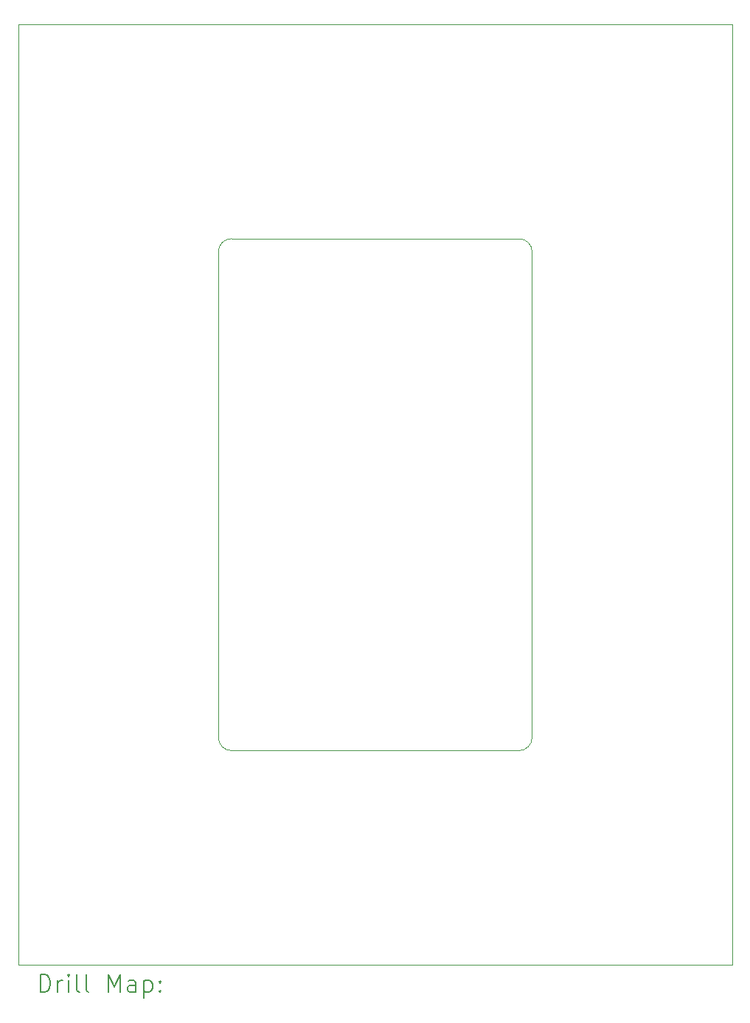
<source format=gbr>
%FSLAX45Y45*%
G04 Gerber Fmt 4.5, Leading zero omitted, Abs format (unit mm)*
G04 Created by KiCad (PCBNEW (6.0.5)) date 2023-01-23 17:02:27*
%MOMM*%
%LPD*%
G01*
G04 APERTURE LIST*
%TA.AperFunction,Profile*%
%ADD10C,0.100000*%
%TD*%
%TA.AperFunction,Profile*%
%ADD11C,0.050000*%
%TD*%
%ADD12C,0.200000*%
G04 APERTURE END LIST*
D10*
X13553966Y-11090066D02*
X13554317Y-7409767D01*
X17155317Y-7409767D02*
X17155400Y-11090000D01*
X13554400Y-12040000D02*
G75*
G03*
X13704400Y-12190000I150000J0D01*
G01*
X17155317Y-6459767D02*
X17155317Y-7409767D01*
X17005400Y-12190000D02*
G75*
G03*
X17155400Y-12040000I0J150000D01*
G01*
D11*
X11254600Y-14649800D02*
X19454600Y-14649800D01*
X19454600Y-3849800D02*
X11254600Y-3849800D01*
D10*
X13704400Y-12190000D02*
X17005400Y-12190000D01*
X17155317Y-6459767D02*
G75*
G03*
X17005317Y-6309767I-149993J7D01*
G01*
X13703883Y-6309833D02*
G75*
G03*
X13553883Y-6459833I-3J-149998D01*
G01*
D11*
X19454600Y-14649800D02*
X19454600Y-3849800D01*
D10*
X17005317Y-6309767D02*
X13703883Y-6309833D01*
X13554317Y-7409767D02*
X13553883Y-6459833D01*
D11*
X11254600Y-14649800D02*
X11254600Y-3849800D01*
D10*
X17155400Y-11090000D02*
X17155400Y-12040000D01*
X13554400Y-12040000D02*
X13553966Y-11090066D01*
D12*
X11509719Y-14962776D02*
X11509719Y-14762776D01*
X11557338Y-14762776D01*
X11585909Y-14772300D01*
X11604957Y-14791347D01*
X11614481Y-14810395D01*
X11624005Y-14848490D01*
X11624005Y-14877062D01*
X11614481Y-14915157D01*
X11604957Y-14934204D01*
X11585909Y-14953252D01*
X11557338Y-14962776D01*
X11509719Y-14962776D01*
X11709719Y-14962776D02*
X11709719Y-14829442D01*
X11709719Y-14867538D02*
X11719243Y-14848490D01*
X11728767Y-14838966D01*
X11747814Y-14829442D01*
X11766862Y-14829442D01*
X11833528Y-14962776D02*
X11833528Y-14829442D01*
X11833528Y-14762776D02*
X11824005Y-14772300D01*
X11833528Y-14781823D01*
X11843052Y-14772300D01*
X11833528Y-14762776D01*
X11833528Y-14781823D01*
X11957338Y-14962776D02*
X11938290Y-14953252D01*
X11928767Y-14934204D01*
X11928767Y-14762776D01*
X12062100Y-14962776D02*
X12043052Y-14953252D01*
X12033528Y-14934204D01*
X12033528Y-14762776D01*
X12290671Y-14962776D02*
X12290671Y-14762776D01*
X12357338Y-14905633D01*
X12424005Y-14762776D01*
X12424005Y-14962776D01*
X12604957Y-14962776D02*
X12604957Y-14858014D01*
X12595433Y-14838966D01*
X12576386Y-14829442D01*
X12538290Y-14829442D01*
X12519243Y-14838966D01*
X12604957Y-14953252D02*
X12585909Y-14962776D01*
X12538290Y-14962776D01*
X12519243Y-14953252D01*
X12509719Y-14934204D01*
X12509719Y-14915157D01*
X12519243Y-14896109D01*
X12538290Y-14886585D01*
X12585909Y-14886585D01*
X12604957Y-14877062D01*
X12700195Y-14829442D02*
X12700195Y-15029442D01*
X12700195Y-14838966D02*
X12719243Y-14829442D01*
X12757338Y-14829442D01*
X12776386Y-14838966D01*
X12785909Y-14848490D01*
X12795433Y-14867538D01*
X12795433Y-14924681D01*
X12785909Y-14943728D01*
X12776386Y-14953252D01*
X12757338Y-14962776D01*
X12719243Y-14962776D01*
X12700195Y-14953252D01*
X12881148Y-14943728D02*
X12890671Y-14953252D01*
X12881148Y-14962776D01*
X12871624Y-14953252D01*
X12881148Y-14943728D01*
X12881148Y-14962776D01*
X12881148Y-14838966D02*
X12890671Y-14848490D01*
X12881148Y-14858014D01*
X12871624Y-14848490D01*
X12881148Y-14838966D01*
X12881148Y-14858014D01*
M02*

</source>
